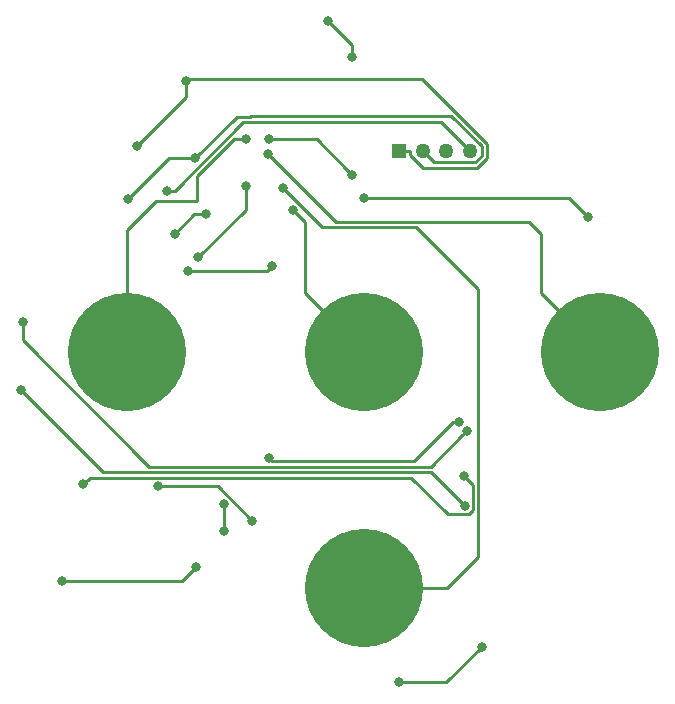
<source format=gbr>
G04 #@! TF.GenerationSoftware,KiCad,Pcbnew,(5.0.2)-1*
G04 #@! TF.CreationDate,2019-05-10T15:47:13-04:00*
G04 #@! TF.ProjectId,bikesenseCap,62696b65-7365-46e7-9365-4361702e6b69,PROD A*
G04 #@! TF.SameCoordinates,Original*
G04 #@! TF.FileFunction,Copper,L2,Bot*
G04 #@! TF.FilePolarity,Positive*
%FSLAX46Y46*%
G04 Gerber Fmt 4.6, Leading zero omitted, Abs format (unit mm)*
G04 Created by KiCad (PCBNEW (5.0.2)-1) date 5/10/2019 3:47:13 PM*
%MOMM*%
%LPD*%
G01*
G04 APERTURE LIST*
G04 #@! TA.AperFunction,BGAPad,CuDef*
%ADD10C,10.000000*%
G04 #@! TD*
G04 #@! TA.AperFunction,ComponentPad*
%ADD11R,1.270000X1.270000*%
G04 #@! TD*
G04 #@! TA.AperFunction,ComponentPad*
%ADD12C,1.270000*%
G04 #@! TD*
G04 #@! TA.AperFunction,ViaPad*
%ADD13C,0.800000*%
G04 #@! TD*
G04 #@! TA.AperFunction,Conductor*
%ADD14C,0.250000*%
G04 #@! TD*
G04 APERTURE END LIST*
D10*
G04 #@! TO.P,J5,1*
G04 #@! TO.N,Net-(J5-Pad1)*
X150000000Y-120000000D03*
G04 #@! TD*
D11*
G04 #@! TO.P,J1,1*
G04 #@! TO.N,/SCL*
X153000260Y-83000000D03*
D12*
G04 #@! TO.P,J1,2*
G04 #@! TO.N,/SDA*
X155001780Y-83000000D03*
G04 #@! TO.P,J1,3*
G04 #@! TO.N,+3V3*
X156998220Y-83000000D03*
G04 #@! TO.P,J1,4*
G04 #@! TO.N,GND*
X158999740Y-83000000D03*
G04 #@! TD*
D10*
G04 #@! TO.P,J2,1*
G04 #@! TO.N,Net-(J2-Pad1)*
X130000000Y-100000000D03*
G04 #@! TD*
G04 #@! TO.P,J3,1*
G04 #@! TO.N,Net-(J3-Pad1)*
X150000000Y-100000000D03*
G04 #@! TD*
G04 #@! TO.P,J4,1*
G04 #@! TO.N,Net-(J4-Pad1)*
X170000000Y-100000000D03*
G04 #@! TD*
D13*
G04 #@! TO.N,Net-(D3-Pad1)*
X142240000Y-92710000D03*
X135132805Y-93140071D03*
G04 #@! TO.N,Net-(D5-Pad1)*
X169000000Y-88587300D03*
X150000000Y-87000000D03*
G04 #@! TO.N,/West*
X120975300Y-103248200D03*
X158549928Y-113030000D03*
G04 #@! TO.N,/NorthWest*
X121138400Y-97497400D03*
X158749964Y-106680000D03*
G04 #@! TO.N,/SouthWest*
X158500200Y-110537400D03*
X126244700Y-111233300D03*
G04 #@! TO.N,/North*
X149000000Y-75000000D03*
X147000000Y-72000000D03*
G04 #@! TO.N,/SCL*
X134000000Y-90000000D03*
X142000000Y-109000016D03*
X134919960Y-77105360D03*
X158115298Y-105907211D03*
X136615010Y-88324949D03*
X130810000Y-82550000D03*
X138176000Y-115189000D03*
X138171340Y-112907660D03*
G04 #@! TO.N,/SDA*
X130088600Y-87095400D03*
X135711284Y-83626985D03*
X140589000Y-114300000D03*
X132588000Y-111379000D03*
G04 #@! TO.N,+3V3*
X160000000Y-125000000D03*
X153000000Y-128000000D03*
X124460000Y-119380000D03*
X135838868Y-118195187D03*
G04 #@! TO.N,GND*
X140000000Y-86000000D03*
X136000000Y-92000000D03*
X133350000Y-86359964D03*
G04 #@! TO.N,Net-(J2-Pad1)*
X140000000Y-82000000D03*
G04 #@! TO.N,Net-(J3-Pad1)*
X144000000Y-88000000D03*
X142000000Y-82000000D03*
X149025803Y-85000484D03*
G04 #@! TO.N,Net-(J4-Pad1)*
X141875800Y-83248500D03*
G04 #@! TO.N,Net-(J5-Pad1)*
X143207378Y-86147521D03*
G04 #@! TD*
D14*
G04 #@! TO.N,Net-(D3-Pad1)*
X135698490Y-93140071D02*
X135132805Y-93140071D01*
X141809929Y-93140071D02*
X135698490Y-93140071D01*
X142240000Y-92710000D02*
X141809929Y-93140071D01*
G04 #@! TO.N,Net-(D5-Pad1)*
X167412700Y-87000000D02*
X150565685Y-87000000D01*
X150565685Y-87000000D02*
X150000000Y-87000000D01*
X169000000Y-88587300D02*
X167412700Y-87000000D01*
G04 #@! TO.N,/West*
X127931087Y-110203987D02*
X155723915Y-110203987D01*
X120975300Y-103248200D02*
X127931087Y-110203987D01*
X158149929Y-112630001D02*
X158549928Y-113030000D01*
X155723915Y-110203987D02*
X158149929Y-112630001D01*
G04 #@! TO.N,/NorthWest*
X158349965Y-107079999D02*
X158749964Y-106680000D01*
X155675988Y-109753976D02*
X158349965Y-107079999D01*
X131867198Y-109753976D02*
X155675988Y-109753976D01*
X121138400Y-99025178D02*
X131867198Y-109753976D01*
X121138400Y-97497400D02*
X121138400Y-99025178D01*
G04 #@! TO.N,/SouthWest*
X158500200Y-110537400D02*
X159274990Y-111312190D01*
X159274990Y-113378002D02*
X158897990Y-113755002D01*
X158897990Y-113755002D02*
X157131998Y-113755002D01*
X157131998Y-113755002D02*
X154030994Y-110653998D01*
X159274990Y-111312190D02*
X159274990Y-113378002D01*
X126644699Y-110833301D02*
X126244700Y-111233300D01*
X126824002Y-110653998D02*
X126644699Y-110833301D01*
X154030994Y-110653998D02*
X126824002Y-110653998D01*
G04 #@! TO.N,/North*
X149000000Y-75000000D02*
X149000000Y-74000000D01*
X149000000Y-74000000D02*
X147000000Y-72000000D01*
G04 #@! TO.N,/SCL*
X142000000Y-109000016D02*
X141999984Y-109000000D01*
X160452400Y-83571000D02*
X160452400Y-82391400D01*
X160452400Y-82391400D02*
X154978300Y-76917300D01*
X154978300Y-76917300D02*
X135108020Y-76917300D01*
X135108020Y-76917300D02*
X134919960Y-77105360D01*
X159612800Y-84410600D02*
X160452400Y-83571000D01*
X153000300Y-83000000D02*
X153960600Y-83000000D01*
X155011000Y-84410600D02*
X159612800Y-84410600D01*
X153960600Y-83360200D02*
X155011000Y-84410600D01*
X153960600Y-83000000D02*
X153960600Y-83360200D01*
X135675051Y-88324949D02*
X136615010Y-88324949D01*
X134000000Y-90000000D02*
X135675051Y-88324949D01*
X134919960Y-78440040D02*
X130810000Y-82550000D01*
X134919960Y-77105360D02*
X134919960Y-78440040D01*
X157549613Y-105907211D02*
X158115298Y-105907211D01*
X154236824Y-109220000D02*
X157549613Y-105907211D01*
X142000000Y-109000016D02*
X142219984Y-109220000D01*
X142219984Y-109220000D02*
X154236824Y-109220000D01*
X138176000Y-112912320D02*
X138171340Y-112907660D01*
X138176000Y-115189000D02*
X138176000Y-112912320D01*
G04 #@! TO.N,/SDA*
X140372801Y-80099980D02*
X139238289Y-80099980D01*
X139238289Y-80099980D02*
X135711284Y-83626985D01*
X140472781Y-80000000D02*
X140372801Y-80099980D01*
X155962100Y-83960300D02*
X159426200Y-83960300D01*
X155001800Y-83000000D02*
X155962100Y-83960300D01*
X159426200Y-83960300D02*
X160002100Y-83384400D01*
X160002100Y-83384400D02*
X160002100Y-82578000D01*
X160002100Y-82578000D02*
X157424100Y-80000000D01*
X157424100Y-80000000D02*
X140472781Y-80000000D01*
X133557015Y-83626985D02*
X135711284Y-83626985D01*
X130088600Y-87095400D02*
X133557015Y-83626985D01*
X137668000Y-111379000D02*
X132588000Y-111379000D01*
X140589000Y-114300000D02*
X137668000Y-111379000D01*
G04 #@! TO.N,+3V3*
X157000000Y-128000000D02*
X153000000Y-128000000D01*
X160000000Y-125000000D02*
X157000000Y-128000000D01*
X134654055Y-119380000D02*
X135438869Y-118595186D01*
X124460000Y-119380000D02*
X134654055Y-119380000D01*
X135438869Y-118595186D02*
X135838868Y-118195187D01*
G04 #@! TO.N,GND*
X140000000Y-88000000D02*
X136000000Y-92000000D01*
X140000000Y-86000000D02*
X140000000Y-88000000D01*
X134003626Y-86359964D02*
X133350000Y-86359964D01*
X156549691Y-80549991D02*
X139813599Y-80549991D01*
X139813599Y-80549991D02*
X134003626Y-86359964D01*
X158999700Y-83000000D02*
X156549691Y-80549991D01*
G04 #@! TO.N,Net-(J2-Pad1)*
X139000000Y-82000000D02*
X140000000Y-82000000D01*
X135890000Y-85110000D02*
X139000000Y-82000000D01*
X135890000Y-87274999D02*
X135890000Y-85110000D01*
X132435001Y-87274999D02*
X135890000Y-87274999D01*
X130000000Y-100000000D02*
X130000000Y-89710000D01*
X130000000Y-89710000D02*
X132435001Y-87274999D01*
G04 #@! TO.N,Net-(J3-Pad1)*
X145000000Y-95000000D02*
X145000000Y-89000000D01*
X150000000Y-100000000D02*
X145000000Y-95000000D01*
X145000000Y-89000000D02*
X144000000Y-88000000D01*
X142000000Y-82000000D02*
X146025319Y-82000000D01*
X146025319Y-82000000D02*
X148625804Y-84600485D01*
X148625804Y-84600485D02*
X149025803Y-85000484D01*
G04 #@! TO.N,Net-(J4-Pad1)*
X165000001Y-95000001D02*
X170000000Y-100000000D01*
X165000001Y-90000001D02*
X165000001Y-95000001D01*
X164000000Y-89000000D02*
X165000001Y-90000001D01*
X141875800Y-83248500D02*
X147627300Y-89000000D01*
X147627300Y-89000000D02*
X164000000Y-89000000D01*
G04 #@! TO.N,Net-(J5-Pad1)*
X154450011Y-89450011D02*
X146509868Y-89450011D01*
X159725001Y-94725001D02*
X154450011Y-89450011D01*
X159725001Y-117346066D02*
X159725001Y-94725001D01*
X146509868Y-89450011D02*
X143607377Y-86547520D01*
X150000000Y-120000000D02*
X157071067Y-120000000D01*
X143607377Y-86547520D02*
X143207378Y-86147521D01*
X157071067Y-120000000D02*
X159725001Y-117346066D01*
G04 #@! TD*
M02*

</source>
